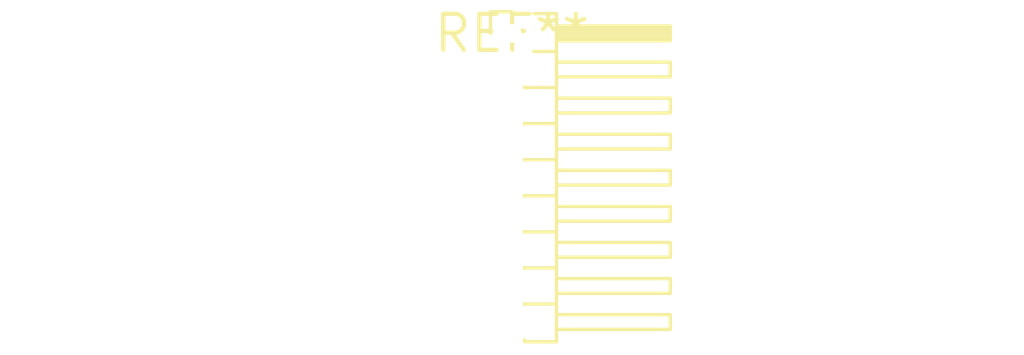
<source format=kicad_pcb>
(kicad_pcb (version 20240108) (generator pcbnew)
  (layers (0 "F.Cu" signal) (31 "B.Cu" signal) (34 "B.Paste" user) (35 "F.Paste" user) (36 "B.SilkS" user "B.Silkscreen") (37 "F.SilkS" user "F.Silkscreen") (38 "B.Mask" user) (39 "F.Mask" user) (44 "Edge.Cuts" user))
  (net 0 "")
  (footprint "PinHeader_1x09_P1.27mm_Horizontal" (layer "F.Cu") (at 0 0)
    (property "Reference" "REF**")
    (property "Value" "PinHeader_1x09_P1.27mm_Horizontal")
    (fp_line (start -0.76 -0.76) (end 0 -0.76) (layer "F.SilkS") (stroke (width 0.12)))
    (fp_line (start -0.76 0) (end -0.76 -0.76) (layer "F.SilkS") (stroke (width 0.12)))
    (fp_line (start 0.44 1.889677) (end 0.44 1.920323) (layer "F.SilkS") (stroke (width 0.12)))
    (fp_line (start 0.44 1.905) (end 1.56 1.905) (layer "F.SilkS") (stroke (width 0.12)))
    (fp_line (start 0.44 3.159677) (end 0.44 3.190323) (layer "F.SilkS") (stroke (width 0.12)))
    (fp_line (start 0.44 3.175) (end 1.56 3.175) (layer "F.SilkS") (stroke (width 0.12)))
    (fp_line (start 0.44 4.429677) (end 0.44 4.460323) (layer "F.SilkS") (stroke (width 0.12)))
    (fp_line (start 0.44 4.445) (end 1.56 4.445) (layer "F.SilkS") (stroke (width 0.12)))
    (fp_line (start 0.44 5.699677) (end 0.44 5.730323) (layer "F.SilkS") (stroke (width 0.12)))
    (fp_line (start 0.44 5.715) (end 1.56 5.715) (layer "F.SilkS") (stroke (width 0.12)))
    (fp_line (start 0.44 6.969677) (end 0.44 7.000323) (layer "F.SilkS") (stroke (width 0.12)))
    (fp_line (start 0.44 6.985) (end 1.56 6.985) (layer "F.SilkS") (stroke (width 0.12)))
    (fp_line (start 0.44 8.239677) (end 0.44 8.270323) (layer "F.SilkS") (stroke (width 0.12)))
    (fp_line (start 0.44 8.255) (end 1.56 8.255) (layer "F.SilkS") (stroke (width 0.12)))
    (fp_line (start 0.44 9.509677) (end 0.44 9.540323) (layer "F.SilkS") (stroke (width 0.12)))
    (fp_line (start 0.44 9.525) (end 1.56 9.525) (layer "F.SilkS") (stroke (width 0.12)))
    (fp_line (start 0.44 10.855) (end 0.44 10.779677) (layer "F.SilkS") (stroke (width 0.12)))
    (fp_line (start 0.76 -0.695) (end 1.56 -0.695) (layer "F.SilkS") (stroke (width 0.12)))
    (fp_line (start 0.76 0.635) (end 1.56 0.635) (layer "F.SilkS") (stroke (width 0.12)))
    (fp_line (start 1.56 -0.695) (end 1.56 10.855) (layer "F.SilkS") (stroke (width 0.12)))
    (fp_line (start 1.56 -0.26) (end 5.56 -0.26) (layer "F.SilkS") (stroke (width 0.12)))
    (fp_line (start 1.56 -0.2) (end 5.56 -0.2) (layer "F.SilkS") (stroke (width 0.12)))
    (fp_line (start 1.56 -0.08) (end 5.56 -0.08) (layer "F.SilkS") (stroke (width 0.12)))
    (fp_line (start 1.56 0.04) (end 5.56 0.04) (layer "F.SilkS") (stroke (width 0.12)))
    (fp_line (start 1.56 0.16) (end 5.56 0.16) (layer "F.SilkS") (stroke (width 0.12)))
    (fp_line (start 1.56 1.01) (end 5.56 1.01) (layer "F.SilkS") (stroke (width 0.12)))
    (fp_line (start 1.56 2.28) (end 5.56 2.28) (layer "F.SilkS") (stroke (width 0.12)))
    (fp_line (start 1.56 3.55) (end 5.56 3.55) (layer "F.SilkS") (stroke (width 0.12)))
    (fp_line (start 1.56 4.82) (end 5.56 4.82) (layer "F.SilkS") (stroke (width 0.12)))
    (fp_line (start 1.56 6.09) (end 5.56 6.09) (layer "F.SilkS") (stroke (width 0.12)))
    (fp_line (start 1.56 7.36) (end 5.56 7.36) (layer "F.SilkS") (stroke (width 0.12)))
    (fp_line (start 1.56 8.63) (end 5.56 8.63) (layer "F.SilkS") (stroke (width 0.12)))
    (fp_line (start 1.56 9.9) (end 5.56 9.9) (layer "F.SilkS") (stroke (width 0.12)))
    (fp_line (start 1.56 10.855) (end 0.44 10.855) (layer "F.SilkS") (stroke (width 0.12)))
    (fp_line (start 5.56 -0.26) (end 5.56 0.26) (layer "F.SilkS") (stroke (width 0.12)))
    (fp_line (start 5.56 0.26) (end 1.56 0.26) (layer "F.SilkS") (stroke (width 0.12)))
    (fp_line (start 5.56 1.01) (end 5.56 1.53) (layer "F.SilkS") (stroke (width 0.12)))
    (fp_line (start 5.56 1.53) (end 1.56 1.53) (layer "F.SilkS") (stroke (width 0.12)))
    (fp_line (start 5.56 2.28) (end 5.56 2.8) (layer "F.SilkS") (stroke (width 0.12)))
    (fp_line (start 5.56 2.8) (end 1.56 2.8) (layer "F.SilkS") (stroke (width 0.12)))
    (fp_line (start 5.56 3.55) (end 5.56 4.07) (layer "F.SilkS") (stroke (width 0.12)))
    (fp_line (start 5.56 4.07) (end 1.56 4.07) (layer "F.SilkS") (stroke (width 0.12)))
    (fp_line (start 5.56 4.82) (end 5.56 5.34) (layer "F.SilkS") (stroke (width 0.12)))
    (fp_line (start 5.56 5.34) (end 1.56 5.34) (layer "F.SilkS") (stroke (width 0.12)))
    (fp_line (start 5.56 6.09) (end 5.56 6.61) (layer "F.SilkS") (stroke (width 0.12)))
    (fp_line (start 5.56 6.61) (end 1.56 6.61) (layer "F.SilkS") (stroke (width 0.12)))
    (fp_line (start 5.56 7.36) (end 5.56 7.88) (layer "F.SilkS") (stroke (width 0.12)))
    (fp_line (start 5.56 7.88) (end 1.56 7.88) (layer "F.SilkS") (stroke (width 0.12)))
    (fp_line (start 5.56 8.63) (end 5.56 9.15) (layer "F.SilkS") (stroke (width 0.12)))
    (fp_line (start 5.56 9.15) (end 1.56 9.15) (layer "F.SilkS") (stroke (width 0.12)))
    (fp_line (start 5.56 9.9) (end 5.56 10.42) (layer "F.SilkS") (stroke (width 0.12)))
    (fp_line (start 5.56 10.42) (end 1.56 10.42) (layer "F.SilkS") (stroke (width 0.12)))
    (pad "1" thru_hole rect (at 0 0) (size 1 1) (drill 0.65) (layers *.Cu *.Mask) (remove_unused_layers))
    (pad "2" thru_hole oval (at 0 1.27) (size 1 1) (drill 0.65) (layers *.Cu *.Mask) (remove_unused_layers))
    (pad "3" thru_hole oval (at 0 2.54) (size 1 1) (drill 0.65) (layers *.Cu *.Mask) (remove_unused_layers))
    (pad "4" thru_hole oval (at 0 3.81) (size 1 1) (drill 0.65) (layers *.Cu *.Mask) (remove_unused_layers))
    (pad "5" thru_hole oval (at 0 5.08) (size 1 1) (drill 0.65) (layers *.Cu *.Mask) (remove_unused_layers))
    (pad "6" thru_hole oval (at 0 6.35) (size 1 1) (drill 0.65) (layers *.Cu *.Mask) (remove_unused_layers))
    (pad "7" thru_hole oval (at 0 7.62) (size 1 1) (drill 0.65) (layers *.Cu *.Mask) (remove_unused_layers))
    (pad "8" thru_hole oval (at 0 8.89) (size 1 1) (drill 0.65) (layers *.Cu *.Mask) (remove_unused_layers))
    (pad "9" thru_hole oval (at 0 10.16) (size 1 1) (drill 0.65) (layers *.Cu *.Mask) (remove_unused_layers))
  )
)
</source>
